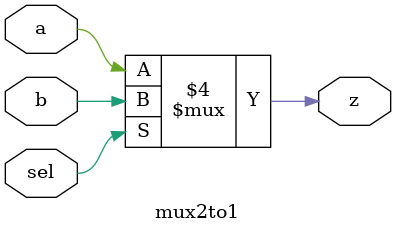
<source format=sv>
module mux2to1 (
  input wire a,
  input wire b,
  input wire sel,
  output reg z
);

  always_comb begin
    if (sel == 1'b0) begin
      z = a;
    end
    else begin
      z = b;
    end
  end

endmodule

</source>
